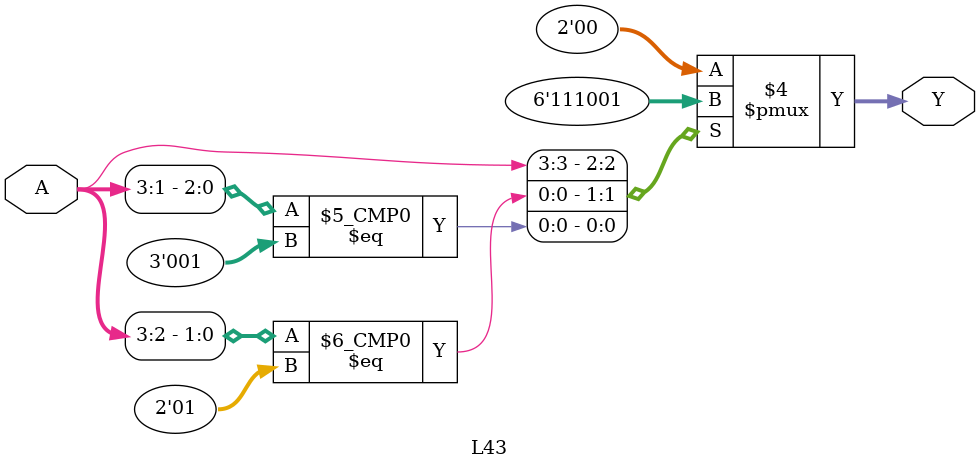
<source format=v>
module L43 (
    input wire [3:0] A,
    output reg [1:0] Y
);

    always @(*) begin
        casex (A)
            4'b1xxx: Y = 2'b11; // Highest priority: A[3] is 1
            4'b01xx: Y = 2'b10; // Next priority: A[2] is 1
            4'b001x: Y = 2'b01; // Next priority: A[1] is 1
            4'b0001: Y = 2'b00; // Lowest priority: A[0] is 1
            default: Y = 2'b00; // Default case if all inputs are 0
        endcase
    end

endmodule


</source>
